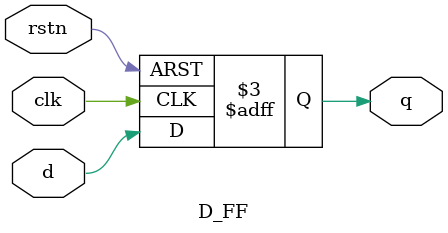
<source format=v>
`timescale 1ns / 1ps


module D_FF(
    input d,
    input rstn,
    input clk,
    output reg q
    );
    
    always @(posedge clk or negedge rstn)
        if (!rstn)
            q <= 0;
        else
            q<= d;
endmodule

</source>
